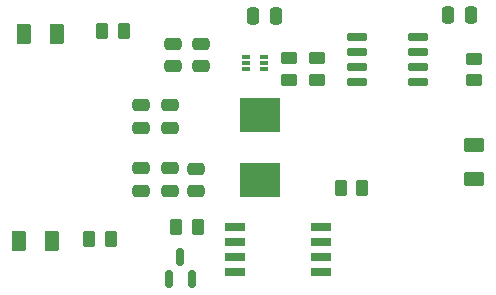
<source format=gtp>
G04 #@! TF.GenerationSoftware,KiCad,Pcbnew,8.0.7*
G04 #@! TF.CreationDate,2025-02-23T01:29:40-05:00*
G04 #@! TF.ProjectId,switched_reg,73776974-6368-4656-945f-7265672e6b69,rev?*
G04 #@! TF.SameCoordinates,Original*
G04 #@! TF.FileFunction,Paste,Top*
G04 #@! TF.FilePolarity,Positive*
%FSLAX46Y46*%
G04 Gerber Fmt 4.6, Leading zero omitted, Abs format (unit mm)*
G04 Created by KiCad (PCBNEW 8.0.7) date 2025-02-23 01:29:40*
%MOMM*%
%LPD*%
G01*
G04 APERTURE LIST*
G04 Aperture macros list*
%AMRoundRect*
0 Rectangle with rounded corners*
0 $1 Rounding radius*
0 $2 $3 $4 $5 $6 $7 $8 $9 X,Y pos of 4 corners*
0 Add a 4 corners polygon primitive as box body*
4,1,4,$2,$3,$4,$5,$6,$7,$8,$9,$2,$3,0*
0 Add four circle primitives for the rounded corners*
1,1,$1+$1,$2,$3*
1,1,$1+$1,$4,$5*
1,1,$1+$1,$6,$7*
1,1,$1+$1,$8,$9*
0 Add four rect primitives between the rounded corners*
20,1,$1+$1,$2,$3,$4,$5,0*
20,1,$1+$1,$4,$5,$6,$7,0*
20,1,$1+$1,$6,$7,$8,$9,0*
20,1,$1+$1,$8,$9,$2,$3,0*%
G04 Aperture macros list end*
%ADD10RoundRect,0.250000X0.450000X-0.262500X0.450000X0.262500X-0.450000X0.262500X-0.450000X-0.262500X0*%
%ADD11RoundRect,0.150000X-0.725000X-0.150000X0.725000X-0.150000X0.725000X0.150000X-0.725000X0.150000X0*%
%ADD12RoundRect,0.250000X-0.475000X0.250000X-0.475000X-0.250000X0.475000X-0.250000X0.475000X0.250000X0*%
%ADD13RoundRect,0.250000X0.262500X0.450000X-0.262500X0.450000X-0.262500X-0.450000X0.262500X-0.450000X0*%
%ADD14RoundRect,0.250000X-0.450000X0.262500X-0.450000X-0.262500X0.450000X-0.262500X0.450000X0.262500X0*%
%ADD15RoundRect,0.250000X-0.262500X-0.450000X0.262500X-0.450000X0.262500X0.450000X-0.262500X0.450000X0*%
%ADD16RoundRect,0.150000X0.150000X-0.587500X0.150000X0.587500X-0.150000X0.587500X-0.150000X-0.587500X0*%
%ADD17RoundRect,0.250000X-0.250000X-0.475000X0.250000X-0.475000X0.250000X0.475000X-0.250000X0.475000X0*%
%ADD18RoundRect,0.250000X-0.375000X-0.625000X0.375000X-0.625000X0.375000X0.625000X-0.375000X0.625000X0*%
%ADD19RoundRect,0.250000X0.625000X-0.375000X0.625000X0.375000X-0.625000X0.375000X-0.625000X-0.375000X0*%
%ADD20R,1.700000X0.650000*%
%ADD21RoundRect,0.085000X-0.265000X-0.085000X0.265000X-0.085000X0.265000X0.085000X-0.265000X0.085000X0*%
%ADD22R,3.500000X2.950000*%
G04 APERTURE END LIST*
D10*
G04 #@! TO.C,R7*
X208229200Y-79855700D03*
X208229200Y-78030700D03*
G04 #@! TD*
D11*
G04 #@! TO.C,U3*
X198329400Y-76200000D03*
X198329400Y-77470000D03*
X198329400Y-78740000D03*
X198329400Y-80010000D03*
X203479400Y-80010000D03*
X203479400Y-78740000D03*
X203479400Y-77470000D03*
X203479400Y-76200000D03*
G04 #@! TD*
D12*
G04 #@! TO.C,C8*
X182753000Y-76774000D03*
X182753000Y-78674000D03*
G04 #@! TD*
D13*
G04 #@! TO.C,R4*
X184859300Y-92303600D03*
X183034300Y-92303600D03*
G04 #@! TD*
D12*
G04 #@! TO.C,C2*
X180060600Y-81955600D03*
X180060600Y-83855600D03*
G04 #@! TD*
D14*
G04 #@! TO.C,R3*
X194945000Y-77979900D03*
X194945000Y-79804900D03*
G04 #@! TD*
D12*
G04 #@! TO.C,C1*
X182549800Y-81955600D03*
X182549800Y-83855600D03*
G04 #@! TD*
D15*
G04 #@! TO.C,R5*
X175693700Y-93294200D03*
X177518700Y-93294200D03*
G04 #@! TD*
D12*
G04 #@! TO.C,C6*
X182473600Y-87315000D03*
X182473600Y-89215000D03*
G04 #@! TD*
G04 #@! TO.C,C7*
X184708800Y-87340400D03*
X184708800Y-89240400D03*
G04 #@! TD*
D16*
G04 #@! TO.C,Q1*
X182438000Y-96693200D03*
X184338000Y-96693200D03*
X183388000Y-94818200D03*
G04 #@! TD*
D14*
G04 #@! TO.C,R1*
X192608200Y-77981800D03*
X192608200Y-79806800D03*
G04 #@! TD*
D17*
G04 #@! TO.C,C9*
X206085400Y-74320400D03*
X207985400Y-74320400D03*
G04 #@! TD*
D18*
G04 #@! TO.C,D2*
X170148600Y-75895200D03*
X172948600Y-75895200D03*
G04 #@! TD*
G04 #@! TO.C,D1*
X169745200Y-93472000D03*
X172545200Y-93472000D03*
G04 #@! TD*
D17*
G04 #@! TO.C,C4*
X189550000Y-74422000D03*
X191450000Y-74422000D03*
G04 #@! TD*
D12*
G04 #@! TO.C,C5*
X180060600Y-87289600D03*
X180060600Y-89189600D03*
G04 #@! TD*
D19*
G04 #@! TO.C,D3*
X208280000Y-88166400D03*
X208280000Y-85366400D03*
G04 #@! TD*
D20*
G04 #@! TO.C,U2*
X187993000Y-92252800D03*
X187993000Y-93522800D03*
X187993000Y-94792800D03*
X187993000Y-96062800D03*
X195293000Y-96062800D03*
X195293000Y-94792800D03*
X195293000Y-93522800D03*
X195293000Y-92252800D03*
G04 #@! TD*
D15*
G04 #@! TO.C,R2*
X196953500Y-88950800D03*
X198778500Y-88950800D03*
G04 #@! TD*
D13*
G04 #@! TO.C,R6*
X178585500Y-75666600D03*
X176760500Y-75666600D03*
G04 #@! TD*
D21*
G04 #@! TO.C,U1*
X188976000Y-77859000D03*
X188976000Y-78359000D03*
X188976000Y-78859000D03*
X190476000Y-78859000D03*
X190476000Y-78359000D03*
X190476000Y-77859000D03*
G04 #@! TD*
D12*
G04 #@! TO.C,C3*
X185115200Y-76748600D03*
X185115200Y-78648600D03*
G04 #@! TD*
D22*
G04 #@! TO.C,L1*
X190093600Y-82829400D03*
X190093600Y-88279400D03*
G04 #@! TD*
M02*

</source>
